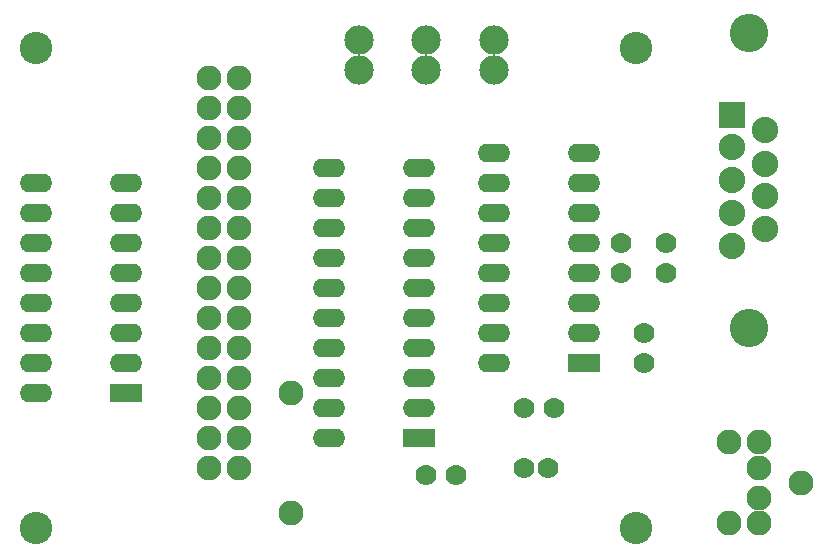
<source format=gbr>
%FSTAX24Y24*%
%MOIN*%
%IN MASK2.GBR *%
%ADD10C,0.0700*%
%ADD11C,0.0830*%
%ADD12C,0.0880*%
%ADD13C,0.0980*%
%ADD14C,0.1080*%
%ADD15C,0.1280*%
%ADD16O,0.1080X0.0630*%
%ADD17R,0.0880X0.0880*%
%ADD18R,0.1080X0.0630*%
D10*X023Y0115D03*Y0105D03*X01825Y006D03*X01925D03*X02225Y0075D03*
Y0085D03*X0215Y0105D03*Y0115D03*X016Y00375D03*X015D03*D11*X0261Y004D03*
Y003D03*Y00485D03*Y00215D03*X0251Y00485D03*Y00215D03*X0275Y0035D03*D17*
X02519Y01576D03*D12*Y01467D03*Y01358D03*Y01249D03*Y0114D03*
X02631Y011945D03*Y013035D03*Y014125D03*Y015235D03*D15*X02575Y0185D03*
Y00866D03*D13*X01275Y01725D03*Y01825D03*X015Y01725D03*Y01825D03*D10*
X01825Y004D03*X01905D03*D18*X01475Y005D03*D16*Y006D03*Y007D03*Y008D03*
Y009D03*Y01D03*Y011D03*Y012D03*X01175D03*Y011D03*Y01D03*Y009D03*
Y008D03*Y007D03*Y006D03*Y005D03*X01475Y013D03*Y014D03*X01175Y013D03*
Y014D03*D18*X02025Y0075D03*D16*Y0085D03*Y0095D03*Y0105D03*Y0115D03*
Y0125D03*Y0135D03*Y0145D03*X01725D03*Y0135D03*Y0125D03*Y0115D03*
Y0105D03*Y0095D03*Y0085D03*Y0075D03*D18*X005Y0065D03*D16*Y0075D03*
Y0085D03*Y0095D03*Y0105D03*Y0115D03*Y0125D03*Y0135D03*X002D03*Y0125D03*
Y0115D03*Y0105D03*Y0095D03*Y0085D03*Y0075D03*Y0065D03*D13*
X01725Y01725D03*Y01825D03*D14*X022Y018D03*X002D03*Y002D03*X022D03*D11*
X00875Y008D03*Y009D03*Y01D03*Y011D03*Y012D03*Y013D03*Y014D03*Y015D03*
Y016D03*Y017D03*X00775D03*Y016D03*Y004D03*Y005D03*Y006D03*Y007D03*
Y008D03*Y009D03*Y01D03*Y011D03*Y012D03*Y013D03*Y014D03*Y015D03*
X00875Y007D03*Y006D03*Y005D03*Y004D03*X0105Y0065D03*Y0025D03*
M02*
</source>
